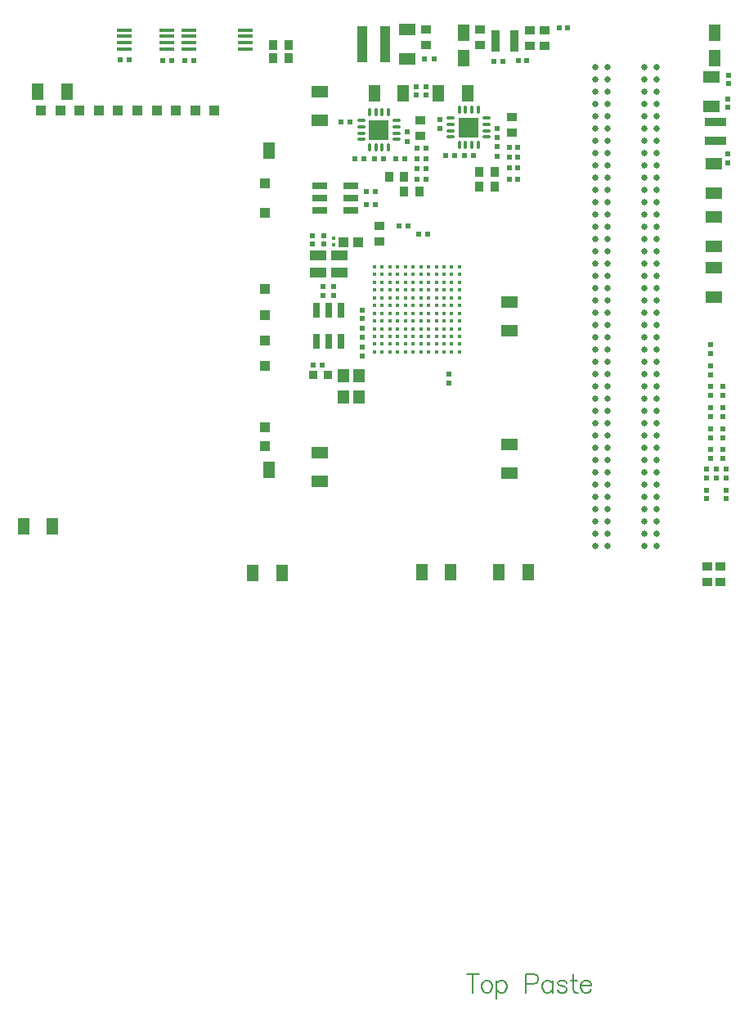
<source format=gtp>
G04*
G04 #@! TF.GenerationSoftware,Altium Limited,Altium Designer,19.0.15 (446)*
G04*
G04 Layer_Color=8421504*
%FSLAX44Y44*%
%MOMM*%
G71*
G01*
G75*
%ADD10C,0.1778*%
%ADD11R,0.6200X0.6200*%
%ADD12R,1.8000X1.1500*%
%ADD13R,1.1500X1.8000*%
%ADD14R,0.5800X0.6200*%
%ADD15C,0.4000*%
%ADD16R,0.6200X0.5800*%
%ADD17R,1.0000X1.0000*%
%ADD18R,1.0000X1.0000*%
%ADD19R,0.7600X1.6500*%
%ADD20R,1.6500X0.7600*%
%ADD21R,1.5000X0.4500*%
%ADD22R,0.9500X0.9500*%
%ADD23R,0.6200X0.6200*%
%ADD24R,1.0000X0.9500*%
%ADD25R,0.8500X2.3000*%
%ADD26R,1.2500X1.8000*%
%ADD27R,0.9000X1.0000*%
%ADD28R,1.0000X0.9500*%
%ADD29R,0.9800X3.7000*%
%ADD30R,1.1500X1.8000*%
%ADD31R,1.8000X1.1500*%
%ADD32R,2.1000X2.1000*%
%ADD33O,0.3000X0.8500*%
%ADD34O,0.8500X0.3000*%
%ADD35R,2.3000X0.8500*%
%ADD36R,0.9500X1.0000*%
%ADD37R,0.4000X0.4500*%
%ADD38R,1.1500X1.4000*%
%ADD39R,1.7800X1.0200*%
%ADD40R,1.0000X0.9000*%
%ADD41C,0.6400*%
D10*
X1047947Y-365653D02*
Y-384699D01*
X1041599Y-365653D02*
X1054296D01*
X1061098Y-372001D02*
X1059284Y-372909D01*
X1057470Y-374722D01*
X1056563Y-377443D01*
Y-379257D01*
X1057470Y-381978D01*
X1059284Y-383792D01*
X1061098Y-384699D01*
X1063819D01*
X1065633Y-383792D01*
X1067447Y-381978D01*
X1068354Y-379257D01*
Y-377443D01*
X1067447Y-374722D01*
X1065633Y-372909D01*
X1063819Y-372001D01*
X1061098D01*
X1072526D02*
Y-391048D01*
Y-374722D02*
X1074340Y-372909D01*
X1076154Y-372001D01*
X1078874D01*
X1080688Y-372909D01*
X1082502Y-374722D01*
X1083409Y-377443D01*
Y-379257D01*
X1082502Y-381978D01*
X1080688Y-383792D01*
X1078874Y-384699D01*
X1076154D01*
X1074340Y-383792D01*
X1072526Y-381978D01*
X1102455Y-375629D02*
X1110618D01*
X1113338Y-374722D01*
X1114245Y-373815D01*
X1115152Y-372001D01*
Y-369281D01*
X1114245Y-367467D01*
X1113338Y-366560D01*
X1110618Y-365653D01*
X1102455D01*
Y-384699D01*
X1130298Y-372001D02*
Y-384699D01*
Y-374722D02*
X1128484Y-372909D01*
X1126671Y-372001D01*
X1123950D01*
X1122136Y-372909D01*
X1120322Y-374722D01*
X1119415Y-377443D01*
Y-379257D01*
X1120322Y-381978D01*
X1122136Y-383792D01*
X1123950Y-384699D01*
X1126671D01*
X1128484Y-383792D01*
X1130298Y-381978D01*
X1145354Y-374722D02*
X1144447Y-372909D01*
X1141726Y-372001D01*
X1139005D01*
X1136284Y-372909D01*
X1135377Y-374722D01*
X1136284Y-376536D01*
X1138098Y-377443D01*
X1142633Y-378350D01*
X1144447Y-379257D01*
X1145354Y-381071D01*
Y-381978D01*
X1144447Y-383792D01*
X1141726Y-384699D01*
X1139005D01*
X1136284Y-383792D01*
X1135377Y-381978D01*
X1152065Y-365653D02*
Y-381071D01*
X1152972Y-383792D01*
X1154786Y-384699D01*
X1156600D01*
X1149344Y-372001D02*
X1155693D01*
X1159321Y-377443D02*
X1170204D01*
Y-375629D01*
X1169297Y-373815D01*
X1168390Y-372909D01*
X1166576Y-372001D01*
X1163856D01*
X1162042Y-372909D01*
X1160228Y-374722D01*
X1159321Y-377443D01*
Y-379257D01*
X1160228Y-381978D01*
X1162042Y-383792D01*
X1163856Y-384699D01*
X1166576D01*
X1168390Y-383792D01*
X1170204Y-381978D01*
D11*
X892500Y345750D02*
D03*
X904000Y345750D02*
D03*
X892500Y336750D02*
D03*
X904000Y336750D02*
D03*
X989250Y552392D02*
D03*
Y543392D02*
D03*
X999250Y552392D02*
D03*
Y543392D02*
D03*
X1312418Y564498D02*
D03*
Y555498D02*
D03*
X1311910Y539750D02*
D03*
Y530750D02*
D03*
X1312164Y473782D02*
D03*
Y482782D02*
D03*
X1013714Y509342D02*
D03*
Y518342D02*
D03*
X882000Y398500D02*
D03*
Y389500D02*
D03*
X1289844Y134978D02*
D03*
Y125978D02*
D03*
X1309910Y156750D02*
D03*
Y147750D02*
D03*
X1310164Y134978D02*
D03*
Y125978D02*
D03*
X1299750Y156750D02*
D03*
Y147750D02*
D03*
X1289590Y156750D02*
D03*
Y147750D02*
D03*
X933750Y321250D02*
D03*
Y312250D02*
D03*
X893250Y398500D02*
D03*
Y389500D02*
D03*
D12*
X1297500Y335000D02*
D03*
Y365000D02*
D03*
X888923Y144185D02*
D03*
Y174185D02*
D03*
X1085500Y152522D02*
D03*
Y182523D02*
D03*
X1297500Y442500D02*
D03*
Y472500D02*
D03*
X889360Y517500D02*
D03*
Y547500D02*
D03*
X1085414Y300000D02*
D03*
Y330000D02*
D03*
D13*
X1075000Y50000D02*
D03*
X1105000D02*
D03*
X850000Y49750D02*
D03*
X820000D02*
D03*
X627500Y547157D02*
D03*
X597500D02*
D03*
X612500Y97500D02*
D03*
X582500D02*
D03*
X1025000Y50000D02*
D03*
X995000D02*
D03*
X836750Y485850D02*
D03*
Y155850D02*
D03*
D14*
X892200Y264750D02*
D03*
X882800D02*
D03*
X1000950Y400250D02*
D03*
X991550D02*
D03*
X998050Y580750D02*
D03*
X1007450D02*
D03*
X977646Y477774D02*
D03*
X968246D02*
D03*
X934848Y477520D02*
D03*
X925448D02*
D03*
X1029082Y481076D02*
D03*
X1019682D02*
D03*
X726850Y579750D02*
D03*
X736250D02*
D03*
X971600Y408000D02*
D03*
X981000D02*
D03*
D15*
X1002028Y278000D02*
D03*
X1010028Y286000D02*
D03*
X970028Y318000D02*
D03*
X1034028Y366000D02*
D03*
Y358000D02*
D03*
Y350000D02*
D03*
Y342000D02*
D03*
Y334000D02*
D03*
Y326000D02*
D03*
Y318000D02*
D03*
Y310000D02*
D03*
Y302000D02*
D03*
Y294000D02*
D03*
Y286000D02*
D03*
Y278000D02*
D03*
X1026028Y366000D02*
D03*
Y358000D02*
D03*
Y350000D02*
D03*
Y342000D02*
D03*
Y334000D02*
D03*
Y326000D02*
D03*
Y318000D02*
D03*
Y310000D02*
D03*
Y302000D02*
D03*
Y294000D02*
D03*
Y286000D02*
D03*
Y278000D02*
D03*
X1018028Y366000D02*
D03*
Y358000D02*
D03*
Y350000D02*
D03*
Y342000D02*
D03*
Y334000D02*
D03*
Y326000D02*
D03*
Y318000D02*
D03*
Y310000D02*
D03*
Y302000D02*
D03*
Y294000D02*
D03*
Y286000D02*
D03*
Y278000D02*
D03*
X1010028Y366000D02*
D03*
Y358000D02*
D03*
Y350000D02*
D03*
Y342000D02*
D03*
Y334000D02*
D03*
Y326000D02*
D03*
Y318000D02*
D03*
Y310000D02*
D03*
Y302000D02*
D03*
Y294000D02*
D03*
Y278000D02*
D03*
X1002028Y366000D02*
D03*
Y358000D02*
D03*
Y350000D02*
D03*
Y342000D02*
D03*
Y334000D02*
D03*
Y326000D02*
D03*
Y318000D02*
D03*
Y310000D02*
D03*
Y302000D02*
D03*
Y294000D02*
D03*
Y286000D02*
D03*
X994028Y366000D02*
D03*
Y358000D02*
D03*
Y350000D02*
D03*
Y342000D02*
D03*
Y334000D02*
D03*
Y326000D02*
D03*
Y318000D02*
D03*
Y310000D02*
D03*
Y302000D02*
D03*
Y294000D02*
D03*
Y286000D02*
D03*
Y278000D02*
D03*
X986028Y366000D02*
D03*
Y358000D02*
D03*
Y350000D02*
D03*
Y342000D02*
D03*
Y334000D02*
D03*
Y326000D02*
D03*
Y318000D02*
D03*
Y310000D02*
D03*
Y302000D02*
D03*
Y294000D02*
D03*
Y286000D02*
D03*
Y278000D02*
D03*
X978028Y366000D02*
D03*
Y358000D02*
D03*
Y350000D02*
D03*
Y342000D02*
D03*
Y334000D02*
D03*
Y326000D02*
D03*
Y318000D02*
D03*
Y310000D02*
D03*
Y302000D02*
D03*
Y294000D02*
D03*
Y286000D02*
D03*
Y278000D02*
D03*
X970028Y366000D02*
D03*
Y358000D02*
D03*
Y350000D02*
D03*
Y342000D02*
D03*
Y334000D02*
D03*
Y326000D02*
D03*
Y310000D02*
D03*
Y302000D02*
D03*
Y294000D02*
D03*
Y286000D02*
D03*
Y278000D02*
D03*
X962028Y366000D02*
D03*
Y358000D02*
D03*
Y350000D02*
D03*
Y342000D02*
D03*
Y334000D02*
D03*
Y326000D02*
D03*
Y318000D02*
D03*
Y310000D02*
D03*
Y302000D02*
D03*
Y294000D02*
D03*
Y286000D02*
D03*
Y278000D02*
D03*
X954028Y366000D02*
D03*
Y358000D02*
D03*
Y350000D02*
D03*
Y342000D02*
D03*
Y334000D02*
D03*
Y326000D02*
D03*
Y318000D02*
D03*
Y310000D02*
D03*
Y302000D02*
D03*
Y294000D02*
D03*
Y286000D02*
D03*
Y278000D02*
D03*
X946028Y366000D02*
D03*
Y358000D02*
D03*
Y350000D02*
D03*
Y342000D02*
D03*
Y334000D02*
D03*
Y326000D02*
D03*
Y318000D02*
D03*
Y310000D02*
D03*
Y302000D02*
D03*
Y294000D02*
D03*
Y286000D02*
D03*
Y278000D02*
D03*
D16*
X933750Y293025D02*
D03*
Y302425D02*
D03*
Y274000D02*
D03*
Y283400D02*
D03*
X1023250Y254750D02*
D03*
Y245350D02*
D03*
X1072896Y499744D02*
D03*
Y509144D02*
D03*
Y490094D02*
D03*
Y480694D02*
D03*
X1293908Y167688D02*
D03*
Y177088D02*
D03*
X1306608Y167688D02*
D03*
Y177088D02*
D03*
X1293908Y276068D02*
D03*
Y285468D02*
D03*
Y220440D02*
D03*
Y211040D02*
D03*
X1306608D02*
D03*
Y220440D02*
D03*
X1293908Y254392D02*
D03*
Y263792D02*
D03*
Y242116D02*
D03*
Y232716D02*
D03*
X1306608Y242116D02*
D03*
Y232716D02*
D03*
X980186Y495934D02*
D03*
Y505334D02*
D03*
X1293908Y189364D02*
D03*
Y198764D02*
D03*
X1306608Y189364D02*
D03*
Y198764D02*
D03*
D17*
X620750Y527750D02*
D03*
X680500D02*
D03*
X660500D02*
D03*
X700500D02*
D03*
X780500D02*
D03*
X600500Y527500D02*
D03*
X740500Y527750D02*
D03*
X720500D02*
D03*
X760500D02*
D03*
X640500D02*
D03*
D18*
X832250Y200350D02*
D03*
Y180350D02*
D03*
Y263350D02*
D03*
Y342750D02*
D03*
Y316283D02*
D03*
Y422100D02*
D03*
Y452350D02*
D03*
Y289803D02*
D03*
X929000Y391500D02*
D03*
X914000D02*
D03*
D19*
X910950Y289350D02*
D03*
X898250D02*
D03*
X885550D02*
D03*
Y321150D02*
D03*
X898250D02*
D03*
X910950D02*
D03*
D20*
X889360Y424050D02*
D03*
Y436750D02*
D03*
Y449450D02*
D03*
X921160D02*
D03*
Y436750D02*
D03*
Y424050D02*
D03*
D21*
X754082Y591468D02*
D03*
Y597968D02*
D03*
Y604468D02*
D03*
Y610968D02*
D03*
X812082D02*
D03*
Y604468D02*
D03*
Y597968D02*
D03*
Y591468D02*
D03*
X687168D02*
D03*
Y597968D02*
D03*
Y604468D02*
D03*
Y610968D02*
D03*
X731168D02*
D03*
Y604468D02*
D03*
Y597968D02*
D03*
Y591468D02*
D03*
D22*
X897750Y254000D02*
D03*
X882750D02*
D03*
D23*
X1146000Y613000D02*
D03*
X1137000D02*
D03*
X1078666Y578358D02*
D03*
X1069666D02*
D03*
X1094812Y579120D02*
D03*
X1103812D02*
D03*
X911606Y515874D02*
D03*
X920606D02*
D03*
X999494Y478113D02*
D03*
X990494D02*
D03*
X999494Y456946D02*
D03*
X990494D02*
D03*
X999494Y467529D02*
D03*
X990494D02*
D03*
X999494Y488696D02*
D03*
X990494D02*
D03*
X946404Y477774D02*
D03*
X955404D02*
D03*
X1094414Y479044D02*
D03*
X1085414D02*
D03*
X1094414Y489458D02*
D03*
X1085414D02*
D03*
X1094414Y456946D02*
D03*
X1085414D02*
D03*
X1094414Y468122D02*
D03*
X1085414D02*
D03*
X1039500Y480750D02*
D03*
X1048500D02*
D03*
X749750Y579750D02*
D03*
X758750D02*
D03*
X691750Y580000D02*
D03*
X682750D02*
D03*
X937500Y430500D02*
D03*
X946500D02*
D03*
X937500Y443617D02*
D03*
X946500D02*
D03*
D24*
X1122250Y611000D02*
D03*
Y595000D02*
D03*
X1055624Y611758D02*
D03*
Y595758D02*
D03*
X1106678Y610742D02*
D03*
Y594742D02*
D03*
X993394Y517778D02*
D03*
Y501778D02*
D03*
X1088314Y520572D02*
D03*
Y504572D02*
D03*
X1304250Y40250D02*
D03*
Y56250D02*
D03*
X1290750Y40250D02*
D03*
Y56250D02*
D03*
D25*
X1071020Y599694D02*
D03*
X1090520D02*
D03*
D26*
X1038606Y608122D02*
D03*
Y582122D02*
D03*
X1298448Y608122D02*
D03*
Y582122D02*
D03*
D27*
X857000Y595500D02*
D03*
X841000D02*
D03*
X857000Y581815D02*
D03*
X841000D02*
D03*
X976750Y443500D02*
D03*
X992750D02*
D03*
X1070500Y449000D02*
D03*
X1054500D02*
D03*
D28*
X999250Y595250D02*
D03*
Y611250D02*
D03*
D29*
X933640Y596250D02*
D03*
X957340D02*
D03*
D30*
X945956Y545492D02*
D03*
X975956D02*
D03*
X1042500Y545500D02*
D03*
X1012500D02*
D03*
D31*
X979500Y581250D02*
D03*
Y611250D02*
D03*
X1294638Y562130D02*
D03*
Y532130D02*
D03*
X1297500Y387500D02*
D03*
Y417500D02*
D03*
D32*
X950684Y507544D02*
D03*
X1043432Y510032D02*
D03*
D33*
X940934Y525794D02*
D03*
X947434D02*
D03*
X953934D02*
D03*
X960434D02*
D03*
Y489294D02*
D03*
X953934D02*
D03*
X947434D02*
D03*
X940934D02*
D03*
X1033682Y528282D02*
D03*
X1040182D02*
D03*
X1046682D02*
D03*
X1053182D02*
D03*
Y491782D02*
D03*
X1046682D02*
D03*
X1040182D02*
D03*
X1033682D02*
D03*
D34*
X968934Y517294D02*
D03*
Y510794D02*
D03*
Y504294D02*
D03*
Y497794D02*
D03*
X932434D02*
D03*
Y504294D02*
D03*
Y510794D02*
D03*
Y517294D02*
D03*
X1061682Y519782D02*
D03*
Y513282D02*
D03*
Y506782D02*
D03*
Y500282D02*
D03*
X1025182D02*
D03*
Y506782D02*
D03*
Y513282D02*
D03*
Y519782D02*
D03*
D35*
X1298702Y516226D02*
D03*
Y496726D02*
D03*
D36*
X960884Y459446D02*
D03*
X976884D02*
D03*
X1054396Y464566D02*
D03*
X1070396D02*
D03*
D37*
X903500Y388750D02*
D03*
Y395750D02*
D03*
D38*
X914250Y253500D02*
D03*
Y231500D02*
D03*
X930250D02*
D03*
Y253500D02*
D03*
D39*
X887500Y360100D02*
D03*
Y377900D02*
D03*
X910000Y360100D02*
D03*
Y377900D02*
D03*
D40*
X951500Y408321D02*
D03*
Y392321D02*
D03*
D41*
X1174250Y572557D02*
D03*
Y559857D02*
D03*
Y547157D02*
D03*
Y534457D02*
D03*
Y521757D02*
D03*
Y509057D02*
D03*
Y496357D02*
D03*
Y483657D02*
D03*
Y470957D02*
D03*
Y458257D02*
D03*
Y445557D02*
D03*
Y432857D02*
D03*
Y420157D02*
D03*
Y407457D02*
D03*
Y394757D02*
D03*
Y382057D02*
D03*
Y369357D02*
D03*
Y356657D02*
D03*
Y343957D02*
D03*
Y331257D02*
D03*
Y318557D02*
D03*
Y305857D02*
D03*
Y293157D02*
D03*
Y280457D02*
D03*
Y267757D02*
D03*
Y255057D02*
D03*
Y242357D02*
D03*
Y229657D02*
D03*
Y216957D02*
D03*
Y204257D02*
D03*
Y191557D02*
D03*
Y178857D02*
D03*
Y166157D02*
D03*
Y153457D02*
D03*
Y140757D02*
D03*
Y128057D02*
D03*
Y115357D02*
D03*
Y102657D02*
D03*
Y89957D02*
D03*
Y77257D02*
D03*
X1186950Y572557D02*
D03*
Y559857D02*
D03*
Y547157D02*
D03*
Y534457D02*
D03*
Y521757D02*
D03*
Y509057D02*
D03*
Y496357D02*
D03*
Y483657D02*
D03*
Y470957D02*
D03*
Y458257D02*
D03*
Y445557D02*
D03*
Y432857D02*
D03*
Y420157D02*
D03*
Y407457D02*
D03*
Y394757D02*
D03*
Y382057D02*
D03*
Y369357D02*
D03*
Y356657D02*
D03*
Y343957D02*
D03*
Y331257D02*
D03*
Y318557D02*
D03*
Y305857D02*
D03*
Y293157D02*
D03*
Y280457D02*
D03*
Y267757D02*
D03*
Y255057D02*
D03*
Y242357D02*
D03*
Y229657D02*
D03*
Y216957D02*
D03*
Y204257D02*
D03*
Y191557D02*
D03*
Y178857D02*
D03*
Y166157D02*
D03*
Y153457D02*
D03*
Y140757D02*
D03*
Y128057D02*
D03*
Y115357D02*
D03*
Y102657D02*
D03*
Y89957D02*
D03*
Y77257D02*
D03*
X1225050Y572557D02*
D03*
Y559857D02*
D03*
Y547157D02*
D03*
Y534457D02*
D03*
Y521757D02*
D03*
Y509057D02*
D03*
Y496357D02*
D03*
Y483657D02*
D03*
Y470957D02*
D03*
Y458257D02*
D03*
Y445557D02*
D03*
Y432857D02*
D03*
Y420157D02*
D03*
Y407457D02*
D03*
Y394757D02*
D03*
Y382057D02*
D03*
Y369357D02*
D03*
Y356657D02*
D03*
Y343957D02*
D03*
Y331257D02*
D03*
Y318557D02*
D03*
Y305857D02*
D03*
Y293157D02*
D03*
Y280457D02*
D03*
Y267757D02*
D03*
Y255057D02*
D03*
Y242357D02*
D03*
Y229657D02*
D03*
Y216957D02*
D03*
Y204257D02*
D03*
Y191557D02*
D03*
Y178857D02*
D03*
Y166157D02*
D03*
Y153457D02*
D03*
Y140757D02*
D03*
Y128057D02*
D03*
Y115357D02*
D03*
Y102657D02*
D03*
Y89957D02*
D03*
Y77257D02*
D03*
X1237750Y572557D02*
D03*
Y559857D02*
D03*
Y547157D02*
D03*
Y534457D02*
D03*
Y521757D02*
D03*
Y509057D02*
D03*
Y496357D02*
D03*
Y483657D02*
D03*
Y470957D02*
D03*
Y458257D02*
D03*
Y445557D02*
D03*
Y432857D02*
D03*
Y420157D02*
D03*
Y407457D02*
D03*
Y394757D02*
D03*
Y382057D02*
D03*
Y369357D02*
D03*
Y356657D02*
D03*
Y343957D02*
D03*
Y331257D02*
D03*
Y318557D02*
D03*
Y305857D02*
D03*
Y293157D02*
D03*
Y280457D02*
D03*
Y267757D02*
D03*
Y255057D02*
D03*
Y242357D02*
D03*
Y229657D02*
D03*
Y216957D02*
D03*
Y204257D02*
D03*
Y191557D02*
D03*
Y178857D02*
D03*
Y166157D02*
D03*
Y153457D02*
D03*
Y140757D02*
D03*
Y128057D02*
D03*
Y115357D02*
D03*
Y102657D02*
D03*
Y89957D02*
D03*
Y77257D02*
D03*
M02*

</source>
